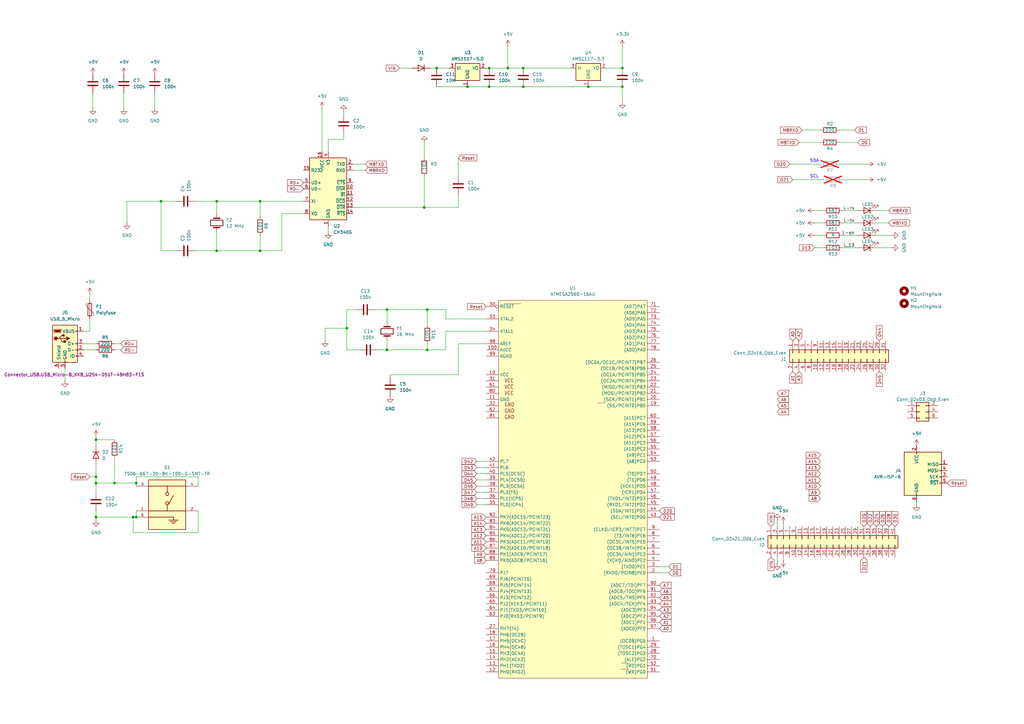
<source format=kicad_sch>
(kicad_sch (version 20250114) (generator "eeschema") (generator_version "9.0")
  (paper "A3")
  (text "SDA" (at 334.01 66.04 0) (effects (font (size 1.27 1.27))))
  (text "SCL" (at 334.01 72.39 0) (effects (font (size 1.27 1.27))))
  (junction (at 200.66 27.94))
  (junction (at 66.04 82.55))
  (junction (at 46.99 198.12))
  (junction (at 39.37 195.58))
  (junction (at 179.07 27.94))
  (junction (at 142.24 134.62))
  (junction (at 200.66 35.56))
  (junction (at 173.99 85.09))
  (junction (at 255.27 35.56))
  (junction (at 158.75 143.51))
  (junction (at 39.37 198.12))
  (junction (at 88.9 102.87))
  (junction (at 106.68 102.87))
  (junction (at 191.77 35.56))
  (junction (at 241.3 35.56))
  (junction (at 214.63 35.56))
  (junction (at 255.27 27.94))
  (junction (at 158.75 127))
  (junction (at 88.9 82.55))
  (junction (at 106.68 82.55))
  (junction (at 208.28 27.94))
  (junction (at 214.63 27.94))
  (junction (at 55.88 198.12))
  (junction (at 39.37 212.09))
  (junction (at 39.37 180.34))
  (junction (at 55.88 212.09))
  (junction (at 175.26 127))
  (junction (at 54.61 212.09))
  (junction (at 175.26 143.51))
  (wire (pts (xy 364.49 86.36) (xy 359.41 86.36)))
  (wire (pts (xy 321.31 229.87) (xy 321.31 228.6)))
  (wire (pts (xy 39.37 190.5) (xy 39.37 195.58)))
  (wire (pts (xy 364.49 91.44) (xy 359.41 91.44)))
  (wire (pts (xy 195.58 191.77) (xy 199.39 191.77)))
  (wire (pts (xy 182.88 130.81) (xy 199.39 130.81)))
  (wire (pts (xy 106.68 88.9) (xy 106.68 82.55)))
  (wire (pts (xy 334.01 96.52) (xy 337.82 96.52)))
  (wire (pts (xy 133.35 139.7) (xy 133.35 134.62)))
  (wire (pts (xy 191.77 35.56) (xy 200.66 35.56)))
  (wire (pts (xy 144.78 67.31) (xy 149.86 67.31)))
  (wire (pts (xy 274.32 232.41) (xy 270.51 232.41)))
  (wire (pts (xy 52.07 82.55) (xy 52.07 91.44)))
  (wire (pts (xy 39.37 198.12) (xy 39.37 195.58)))
  (wire (pts (xy 39.37 201.93) (xy 39.37 198.12)))
  (wire (pts (xy 274.32 234.95) (xy 270.51 234.95)))
  (wire (pts (xy 39.37 198.12) (xy 46.99 198.12)))
  (wire (pts (xy 255.27 19.05) (xy 255.27 27.94)))
  (wire (pts (xy 38.1 38.1) (xy 38.1 44.45)))
  (wire (pts (xy 140.97 54.61) (xy 140.97 57.15)))
  (wire (pts (xy 142.24 134.62) (xy 142.24 127)))
  (wire (pts (xy 106.68 96.52) (xy 106.68 102.87)))
  (wire (pts (xy 124.46 87.63) (xy 115.57 87.63)))
  (wire (pts (xy 46.99 187.96) (xy 46.99 198.12)))
  (wire (pts (xy 55.88 212.09) (xy 54.61 212.09)))
  (wire (pts (xy 144.78 85.09) (xy 173.99 85.09)))
  (wire (pts (xy 351.79 58.42) (xy 344.17 58.42)))
  (wire (pts (xy 187.96 80.01) (xy 187.96 85.09)))
  (wire (pts (xy 175.26 143.51) (xy 158.75 143.51)))
  (wire (pts (xy 179.07 35.56) (xy 191.77 35.56)))
  (wire (pts (xy 36.83 135.89) (xy 34.29 135.89)))
  (wire (pts (xy 115.57 87.63) (xy 115.57 102.87)))
  (wire (pts (xy 344.17 53.34) (xy 350.52 53.34)))
  (wire (pts (xy 187.96 64.77) (xy 187.96 72.39)))
  (wire (pts (xy 66.04 82.55) (xy 52.07 82.55)))
  (wire (pts (xy 200.66 35.56) (xy 214.63 35.56)))
  (wire (pts (xy 255.27 27.94) (xy 248.92 27.94)))
  (wire (pts (xy 175.26 127) (xy 182.88 127)))
  (wire (pts (xy 134.62 57.15) (xy 134.62 62.23)))
  (wire (pts (xy 351.79 96.52) (xy 345.44 96.52)))
  (wire (pts (xy 182.88 135.89) (xy 182.88 143.51)))
  (wire (pts (xy 208.28 19.05) (xy 208.28 27.94)))
  (wire (pts (xy 176.53 27.94) (xy 179.07 27.94)))
  (wire (pts (xy 355.6 67.31) (xy 344.17 67.31)))
  (wire (pts (xy 323.85 67.31) (xy 336.55 67.31)))
  (wire (pts (xy 132.08 44.45) (xy 132.08 62.23)))
  (wire (pts (xy 36.83 130.81) (xy 36.83 135.89)))
  (wire (pts (xy 255.27 35.56) (xy 255.27 41.91)))
  (wire (pts (xy 195.58 207.01) (xy 199.39 207.01)))
  (wire (pts (xy 187.96 140.97) (xy 187.96 153.67)))
  (wire (pts (xy 39.37 179.07) (xy 39.37 180.34)))
  (wire (pts (xy 106.68 102.87) (xy 88.9 102.87)))
  (wire (pts (xy 175.26 133.35) (xy 175.26 127)))
  (wire (pts (xy 208.28 27.94) (xy 200.66 27.94)))
  (wire (pts (xy 195.58 204.47) (xy 199.39 204.47)))
  (wire (pts (xy 173.99 72.39) (xy 173.99 85.09)))
  (wire (pts (xy 54.61 218.44) (xy 54.61 212.09)))
  (wire (pts (xy 88.9 102.87) (xy 80.01 102.87)))
  (wire (pts (xy 337.82 73.66) (xy 325.12 73.66)))
  (wire (pts (xy 46.99 198.12) (xy 55.88 198.12)))
  (wire (pts (xy 153.67 127) (xy 158.75 127)))
  (wire (pts (xy 140.97 45.72) (xy 140.97 46.99)))
  (wire (pts (xy 160.02 153.67) (xy 160.02 154.94)))
  (wire (pts (xy 173.99 64.77) (xy 173.99 58.42)))
  (wire (pts (xy 318.77 213.36) (xy 318.77 215.9)))
  (wire (pts (xy 175.26 140.97) (xy 175.26 143.51)))
  (wire (pts (xy 39.37 213.36) (xy 39.37 212.09)))
  (wire (pts (xy 147.32 143.51) (xy 142.24 143.51)))
  (wire (pts (xy 233.68 27.94) (xy 214.63 27.94)))
  (wire (pts (xy 187.96 153.67) (xy 160.02 153.67)))
  (wire (pts (xy 351.79 101.6) (xy 345.44 101.6)))
  (wire (pts (xy 359.41 101.6) (xy 365.76 101.6)))
  (wire (pts (xy 327.66 58.42) (xy 336.55 58.42)))
  (wire (pts (xy 195.58 189.23) (xy 199.39 189.23)))
  (wire (pts (xy 50.8 38.1) (xy 50.8 44.45)))
  (wire (pts (xy 142.24 127) (xy 146.05 127)))
  (wire (pts (xy 81.28 199.39) (xy 81.28 195.58)))
  (wire (pts (xy 39.37 212.09) (xy 39.37 209.55)))
  (wire (pts (xy 158.75 127) (xy 175.26 127)))
  (wire (pts (xy 318.77 231.14) (xy 318.77 228.6)))
  (wire (pts (xy 81.28 209.55) (xy 81.28 218.44)))
  (wire (pts (xy 55.88 209.55) (xy 55.88 212.09)))
  (wire (pts (xy 199.39 140.97) (xy 187.96 140.97)))
  (wire (pts (xy 199.39 135.89) (xy 182.88 135.89)))
  (wire (pts (xy 144.78 69.85) (xy 149.86 69.85)))
  (wire (pts (xy 351.79 86.36) (xy 345.44 86.36)))
  (wire (pts (xy 375.92 207.01) (xy 375.92 205.74)))
  (wire (pts (xy 72.39 82.55) (xy 66.04 82.55)))
  (wire (pts (xy 63.5 38.1) (xy 63.5 44.45)))
  (wire (pts (xy 328.93 53.34) (xy 336.55 53.34)))
  (wire (pts (xy 158.75 132.08) (xy 158.75 127)))
  (wire (pts (xy 200.66 27.94) (xy 199.39 27.94)))
  (wire (pts (xy 49.53 143.51) (xy 46.99 143.51)))
  (wire (pts (xy 81.28 218.44) (xy 54.61 218.44)))
  (wire (pts (xy 182.88 143.51) (xy 175.26 143.51)))
  (wire (pts (xy 55.88 198.12) (xy 55.88 199.39)))
  (wire (pts (xy 158.75 143.51) (xy 158.75 139.7)))
  (wire (pts (xy 39.37 140.97) (xy 34.29 140.97)))
  (wire (pts (xy 334.01 91.44) (xy 337.82 91.44)))
  (wire (pts (xy 26.67 151.13) (xy 26.67 156.21)))
  (wire (pts (xy 106.68 82.55) (xy 124.46 82.55)))
  (wire (pts (xy 334.01 101.6) (xy 337.82 101.6)))
  (wire (pts (xy 88.9 95.25) (xy 88.9 102.87)))
  (wire (pts (xy 39.37 143.51) (xy 34.29 143.51)))
  (wire (pts (xy 115.57 102.87) (xy 106.68 102.87)))
  (wire (pts (xy 140.97 57.15) (xy 134.62 57.15)))
  (wire (pts (xy 182.88 127) (xy 182.88 130.81)))
  (wire (pts (xy 36.83 195.58) (xy 39.37 195.58)))
  (wire (pts (xy 179.07 27.94) (xy 184.15 27.94)))
  (wire (pts (xy 88.9 82.55) (xy 106.68 82.55)))
  (wire (pts (xy 359.41 96.52) (xy 365.76 96.52)))
  (wire (pts (xy 80.01 82.55) (xy 88.9 82.55)))
  (wire (pts (xy 345.44 91.44) (xy 351.79 91.44)))
  (wire (pts (xy 163.83 27.94) (xy 168.91 27.94)))
  (wire (pts (xy 54.61 212.09) (xy 39.37 212.09)))
  (wire (pts (xy 133.35 134.62) (xy 142.24 134.62)))
  (wire (pts (xy 39.37 180.34) (xy 46.99 180.34)))
  (wire (pts (xy 241.3 35.56) (xy 255.27 35.56)))
  (wire (pts (xy 72.39 102.87) (xy 66.04 102.87)))
  (wire (pts (xy 214.63 27.94) (xy 208.28 27.94)))
  (wire (pts (xy 187.96 85.09) (xy 173.99 85.09)))
  (wire (pts (xy 214.63 35.56) (xy 241.3 35.56)))
  (wire (pts (xy 142.24 143.51) (xy 142.24 134.62)))
  (wire (pts (xy 321.31 214.63) (xy 321.31 215.9)))
  (wire (pts (xy 154.94 143.51) (xy 158.75 143.51)))
  (wire (pts (xy 88.9 82.55) (xy 88.9 87.63)))
  (wire (pts (xy 66.04 102.87) (xy 66.04 82.55)))
  (wire (pts (xy 81.28 195.58) (xy 55.88 195.58)))
  (wire (pts (xy 195.58 199.39) (xy 199.39 199.39)))
  (wire (pts (xy 334.01 86.36) (xy 337.82 86.36)))
  (wire (pts (xy 36.83 120.65) (xy 36.83 123.19)))
  (wire (pts (xy 195.58 196.85) (xy 199.39 196.85)))
  (wire (pts (xy 195.58 201.93) (xy 199.39 201.93)))
  (wire (pts (xy 39.37 180.34) (xy 39.37 182.88)))
  (wire (pts (xy 49.53 140.97) (xy 46.99 140.97)))
  (wire (pts (xy 195.58 194.31) (xy 199.39 194.31)))
  (wire (pts (xy 355.6 73.66) (xy 345.44 73.66)))
  (wire (pts (xy 55.88 195.58) (xy 55.88 198.12)))
  (wire (pts (xy 134.62 95.25) (xy 134.62 92.71)))
  (label "L-rx" (at 350.52 86.36 180))
  (label "L_13" (at 350.52 101.6 180))
  (label "L-tx" (at 350.52 91.44 180))
  (label "L-on" (at 350.52 96.52 180))
  (global_label "A11" (shape input) (at 199.39 222.25 180) (property "Intersheetrefs" "${INTERSHEET_REFS}" (effects (hide yes))))
  (global_label "D45" (shape input) (at 195.58 196.85 180) (property "Intersheetrefs" "${INTERSHEET_REFS}" (effects (hide yes))))
  (global_label "D21" (shape input) (at 325.12 73.66 180) (property "Intersheetrefs" "${INTERSHEET_REFS}" (effects (hide yes))))
  (global_label "A8" (shape input) (at 199.39 229.87 180) (property "Intersheetrefs" "${INTERSHEET_REFS}" (effects (hide yes))))
  (global_label "A9" (shape input) (at 199.39 227.33 180) (property "Intersheetrefs" "${INTERSHEET_REFS}" (effects (hide yes))))
  (global_label "M8RXD" (shape input) (at 328.93 53.34 180) (property "Intersheetrefs" "${INTERSHEET_REFS}" (effects (hide yes))))
  (global_label "RD+" (shape input) (at 124.46 74.93 180) (property "Intersheetrefs" "${INTERSHEET_REFS}" (effects (hide yes))))
  (global_label "M8RXD" (shape input) (at 364.49 86.36 0) (property "Intersheetrefs" "${INTERSHEET_REFS}" (effects (hide yes))))
  (global_label "A3" (shape input) (at 327.66 152.4 270) (property "Intersheetrefs" "${INTERSHEET_REFS}" (effects (hide yes))))
  (global_label "A2" (shape input) (at 270.51 252.73 0) (property "Intersheetrefs" "${INTERSHEET_REFS}" (effects (hide yes))))
  (global_label "D44" (shape input) (at 195.58 194.31 180) (property "Intersheetrefs" "${INTERSHEET_REFS}" (effects (hide yes))))
  (global_label "A13" (shape input) (at 199.39 217.17 180) (property "Intersheetrefs" "${INTERSHEET_REFS}" (effects (hide yes))))
  (global_label "A4" (shape input) (at 318.77 168.91 0) (property "Intersheetrefs" "${INTERSHEET_REFS}" (effects (hide yes))))
  (global_label "M8TXD" (shape input) (at 327.66 58.42 180) (property "Intersheetrefs" "${INTERSHEET_REFS}" (effects (hide yes))))
  (global_label "A15" (shape input) (at 199.39 212.09 180) (property "Intersheetrefs" "${INTERSHEET_REFS}" (effects (hide yes))))
  (global_label "A7" (shape input) (at 270.51 240.03 0) (property "Intersheetrefs" "${INTERSHEET_REFS}" (effects (hide yes))))
  (global_label "RD-" (shape input) (at 124.46 77.47 180) (property "Intersheetrefs" "${INTERSHEET_REFS}" (effects (hide yes))))
  (global_label "A13" (shape input) (at 336.55 191.77 180) (property "Intersheetrefs" "${INTERSHEET_REFS}" (effects (hide yes))))
  (global_label "D42" (shape input) (at 195.58 189.23 180) (property "Intersheetrefs" "${INTERSHEET_REFS}" (effects (hide yes))))
  (global_label "D21" (shape input) (at 270.51 212.09 0) (property "Intersheetrefs" "${INTERSHEET_REFS}" (effects (hide yes))))
  (global_label "A4" (shape input) (at 270.51 247.65 0) (property "Intersheetrefs" "${INTERSHEET_REFS}" (effects (hide yes))))
  (global_label "D20" (shape input) (at 354.33 215.9 90) (property "Intersheetrefs" "${INTERSHEET_REFS}" (effects (hide yes))))
  (global_label "Reset" (shape input) (at 36.83 195.58 180) (property "Intersheetrefs" "${INTERSHEET_REFS}" (effects (hide yes))))
  (global_label "D20" (shape input) (at 270.51 209.55 0) (property "Intersheetrefs" "${INTERSHEET_REFS}" (effects (hide yes))))
  (global_label "A14" (shape input) (at 199.39 214.63 180) (property "Intersheetrefs" "${INTERSHEET_REFS}" (effects (hide yes))))
  (global_label "A7" (shape input) (at 318.77 161.29 0) (property "Intersheetrefs" "${INTERSHEET_REFS}" (effects (hide yes))))
  (global_label "D20" (shape input) (at 323.85 67.31 180) (property "Intersheetrefs" "${INTERSHEET_REFS}" (effects (hide yes))))
  (global_label "RD+" (shape input) (at 49.53 140.97 0) (property "Intersheetrefs" "${INTERSHEET_REFS}" (effects (hide yes))))
  (global_label "RD-" (shape input) (at 49.53 143.51 0) (property "Intersheetrefs" "${INTERSHEET_REFS}" (effects (hide yes))))
  (global_label "A6" (shape input) (at 318.77 163.83 0) (property "Intersheetrefs" "${INTERSHEET_REFS}" (effects (hide yes))))
  (global_label "A12" (shape input) (at 199.39 219.71 180) (property "Intersheetrefs" "${INTERSHEET_REFS}" (effects (hide yes))))
  (global_label "M8TXD" (shape input) (at 364.49 91.44 0) (property "Intersheetrefs" "${INTERSHEET_REFS}" (effects (hide yes))))
  (global_label "VIN" (shape input) (at 316.23 215.9 90) (property "Intersheetrefs" "${INTERSHEET_REFS}" (effects (hide yes))))
  (global_label "D24" (shape input) (at 359.41 215.9 90) (property "Intersheetrefs" "${INTERSHEET_REFS}" (effects (hide yes))))
  (global_label "A5" (shape input) (at 318.77 166.37 0) (property "Intersheetrefs" "${INTERSHEET_REFS}" (effects (hide yes))))
  (global_label "D44" (shape input) (at 360.68 139.7 90) (property "Intersheetrefs" "${INTERSHEET_REFS}" (effects (hide yes))))
  (global_label "A11" (shape input) (at 336.55 196.85 180) (property "Intersheetrefs" "${INTERSHEET_REFS}" (effects (hide yes))))
  (global_label "D47" (shape input) (at 195.58 201.93 180) (property "Intersheetrefs" "${INTERSHEET_REFS}" (effects (hide yes))))
  (global_label "D49" (shape input) (at 195.58 207.01 180) (property "Intersheetrefs" "${INTERSHEET_REFS}" (effects (hide yes))))
  (global_label "A8" (shape input) (at 336.55 204.47 180) (property "Intersheetrefs" "${INTERSHEET_REFS}" (effects (hide yes))))
  (global_label "A14" (shape input) (at 336.55 189.23 180) (property "Intersheetrefs" "${INTERSHEET_REFS}" (effects (hide yes))))
  (global_label "A5" (shape input) (at 270.51 245.11 0) (property "Intersheetrefs" "${INTERSHEET_REFS}" (effects (hide yes))))
  (global_label "D43" (shape input) (at 195.58 191.77 180) (property "Intersheetrefs" "${INTERSHEET_REFS}" (effects (hide yes))))
  (global_label "A1" (shape input) (at 270.51 255.27 0) (property "Intersheetrefs" "${INTERSHEET_REFS}" (effects (hide yes))))
  (global_label "A0" (shape input) (at 325.12 139.7 90) (property "Intersheetrefs" "${INTERSHEET_REFS}" (effects (hide yes))))
  (global_label "D1" (shape input) (at 274.32 232.41 0) (property "Intersheetrefs" "${INTERSHEET_REFS}" (effects (hide yes))))
  (global_label "A2" (shape input) (at 327.66 139.7 90) (property "Intersheetrefs" "${INTERSHEET_REFS}" (effects (hide yes))))
  (global_label "D28" (shape input) (at 364.49 215.9 90) (property "Intersheetrefs" "${INTERSHEET_REFS}" (effects (hide yes))))
  (global_label "D21" (shape input) (at 354.33 228.6 270) (property "Intersheetrefs" "${INTERSHEET_REFS}" (effects (hide yes))))
  (global_label "A6" (shape input) (at 270.51 242.57 0) (property "Intersheetrefs" "${INTERSHEET_REFS}" (effects (hide yes))))
  (global_label "VIN" (shape input) (at 316.23 228.6 270) (property "Intersheetrefs" "${INTERSHEET_REFS}" (effects (hide yes))))
  (global_label "D48" (shape input) (at 195.58 204.47 180) (property "Intersheetrefs" "${INTERSHEET_REFS}" (effects (hide yes))))
  (global_label "D1" (shape input) (at 350.52 53.34 0) (property "Intersheetrefs" "${INTERSHEET_REFS}" (effects (hide yes))))
  (global_label "Reset" (shape input) (at 187.96 64.77 0) (property "Intersheetrefs" "${INTERSHEET_REFS}" (effects (hide yes))))
  (global_label "A10" (shape input) (at 199.39 224.79 180) (property "Intersheetrefs" "${INTERSHEET_REFS}" (effects (hide yes))))
  (global_label "M8RXD" (shape input) (at 149.86 69.85 0) (property "Intersheetrefs" "${INTERSHEET_REFS}" (effects (hide yes))))
  (global_label "A3" (shape input) (at 270.51 250.19 0) (property "Intersheetrefs" "${INTERSHEET_REFS}" (effects (hide yes))))
  (global_label "D30" (shape input) (at 367.03 215.9 90) (property "Intersheetrefs" "${INTERSHEET_REFS}" (effects (hide yes))))
  (global_label "D13" (shape input) (at 334.01 101.6 180) (property "Intersheetrefs" "${INTERSHEET_REFS}" (effects (hide yes))))
  (global_label "Reset" (shape input) (at 199.39 125.73 180) (property "Intersheetrefs" "${INTERSHEET_REFS}" (effects (hide yes))))
  (global_label "A15" (shape input) (at 336.55 186.69 180) (property "Intersheetrefs" "${INTERSHEET_REFS}" (effects (hide yes))))
  (global_label "D46" (shape input) (at 195.58 199.39 180) (property "Intersheetrefs" "${INTERSHEET_REFS}" (effects (hide yes))))
  (global_label "D45" (shape input) (at 360.68 152.4 270) (property "Intersheetrefs" "${INTERSHEET_REFS}" (effects (hide yes))))
  (global_label "M8TXD" (shape input) (at 149.86 67.31 0) (property "Intersheetrefs" "${INTERSHEET_REFS}" (effects (hide yes))))
  (global_label "A12" (shape input) (at 336.55 194.31 180) (property "Intersheetrefs" "${INTERSHEET_REFS}" (effects (hide yes))))
  (global_label "A1" (shape input) (at 325.12 152.4 270) (property "Intersheetrefs" "${INTERSHEET_REFS}" (effects (hide yes))))
  (global_label "A9" (shape input) (at 336.55 201.93 180) (property "Intersheetrefs" "${INTERSHEET_REFS}" (effects (hide yes))))
  (global_label "Reset" (shape input) (at 388.62 198.12 0) (property "Intersheetrefs" "${INTERSHEET_REFS}" (effects (hide yes))))
  (global_label "D0" (shape input) (at 351.79 58.42 0) (property "Intersheetrefs" "${INTERSHEET_REFS}" (effects (hide yes))))
  (global_label "VIN" (shape input) (at 163.83 27.94 180) (property "Intersheetrefs" "${INTERSHEET_REFS}" (effects (hide yes))))
  (global_label "D0" (shape input) (at 274.32 234.95 0) (property "Intersheetrefs" "${INTERSHEET_REFS}" (effects (hide yes))))
  (global_label "A10" (shape input) (at 336.55 199.39 180) (property "Intersheetrefs" "${INTERSHEET_REFS}" (effects (hide yes))))
  (global_label "A0" (shape input) (at 270.51 257.81 0) (property "Intersheetrefs" "${INTERSHEET_REFS}" (effects (hide yes))))
  (global_label "D22" (shape input) (at 356.87 215.9 90) (property "Intersheetrefs" "${INTERSHEET_REFS}" (effects (hide yes))))
  (global_label "D26" (shape input) (at 361.95 215.9 90) (property "Intersheetrefs" "${INTERSHEET_REFS}" (effects (hide yes))))
  (symbol (lib_id "Device:C") (at 187.96 76.2 0) (unit 1)
    (property "Reference" "C1" (at 191.77 74.9299 0) (effects (justify left)))
    (property "Value" "100n" (at 191.77 77.4699 0) (effects (justify left)))
    (property "Footprint" "Capacitor_SMD:C_0603_1608Metric" (effects (hide yes)))
    (property "Description" "Unpolarized capacitor" (effects (hide yes)))
  )
  (symbol (lib_id "power:GND") (at 38.1 44.45 0) (unit 1)
    (property "Reference" "#PWR030" (effects (hide yes)))
    (property "Value" "GND" (at 38.1 49.53 0))
    (property "Description" "Power symbol creates a global label with name \"GND\" , ground" (effects (hide yes)))
  )
  (symbol (lib_id "power:+5V") (at 355.6 67.31 270) (unit 1)
    (property "Reference" "#PWR016" (effects (hide yes)))
    (property "Value" "+5V" (at 359.41 67.3099 90) (effects (justify left)))
    (property "Description" "Power symbol creates a global label with name \"+5V\"" (effects (hide yes)))
  )
  (symbol (lib_id "Device:C") (at 50.8 34.29 0) (unit 1)
    (property "Reference" "C7" (at 54.61 33.0199 0) (effects (justify left)))
    (property "Value" "100n" (at 54.61 35.5599 0) (effects (justify left)))
    (property "Footprint" "Capacitor_SMD:C_0603_1608Metric" (effects (hide yes)))
    (property "Description" "Unpolarized capacitor" (effects (hide yes)))
  )
  (symbol (lib_id "Device:R") (at 341.63 101.6 270) (unit 1)
    (property "Reference" "R13" (at 341.63 104.14 90))
    (property "Value" "103" (at 341.63 101.6 90))
    (property "Footprint" "Resistor_SMD:R_0603_1608Metric" (effects (hide yes)))
    (property "Description" "Resistor" (effects (hide yes)))
  )
  (symbol (lib_id "power:GND") (at 133.35 139.7 0) (unit 1)
    (property "Reference" "#PWR024" (effects (hide yes)))
    (property "Value" "GND" (at 133.35 144.78 0))
    (property "Description" "Power symbol creates a global label with name \"GND\" , ground" (effects (hide yes)))
  )
  (symbol (lib_id "power:GND") (at 63.5 44.45 0) (unit 1)
    (property "Reference" "#PWR032" (effects (hide yes)))
    (property "Value" "GND" (at 63.5 49.53 0))
    (property "Description" "Power symbol creates a global label with name \"GND\" , ground" (effects (hide yes)))
  )
  (symbol (lib_id "power:GND") (at 375.92 207.01 0) (mirror y) (unit 1)
    (property "Reference" "#PWR025" (effects (hide yes)))
    (property "Value" "GND" (at 375.92 212.09 0))
    (property "Description" "Power symbol creates a global label with name \"GND\" , ground" (effects (hide yes)))
  )
  (symbol (lib_id "Device:C") (at 76.2 82.55 90) (unit 1)
    (property "Reference" "C4" (at 74.9299 78.74 0) (effects (justify left)))
    (property "Value" "100n" (at 77.4699 78.74 0) (effects (justify left)))
    (property "Footprint" "Capacitor_SMD:C_0603_1608Metric" (effects (hide yes)))
    (property "Description" "Unpolarized capacitor" (effects (hide yes)))
  )
  (symbol (lib_id "power:GND") (at 140.97 45.72 180) (unit 1)
    (property "Reference" "#PWR015" (effects (hide yes)))
    (property "Value" "GND" (at 140.97 40.64 0))
    (property "Description" "Power symbol creates a global label with name \"GND\" , ground" (effects (hide yes)))
  )
  (symbol (lib_id "Connector_Generic:Conn_02x21_Odd_Even") (at 341.63 220.98 90) (mirror x) (unit 1)
    (property "Reference" "J2" (at 313.69 223.5201 90) (effects (justify left)))
    (property "Value" "Conn_02x21_Odd_Even" (at 313.69 220.9801 90) (effects (justify left)))
    (property "Footprint" "Connector_PinHeader_2.54mm:PinHeader_2x21_P2.54mm_Vertical" (effects (hide yes)))
    (property "Description" "Generic connector, double row, 02x21, odd/even pin numbering scheme (row 1 odd numbers, row 2 even numbers), script generated (kicad-library-utils/schlib/autogen/connector/)" (effects (hide yes)))
  )
  (symbol (lib_id "power:GND") (at 39.37 213.36 0) (unit 1)
    (property "Reference" "#PWR011" (effects (hide yes)))
    (property "Value" "GND" (at 39.37 218.44 0))
    (property "Description" "Power symbol creates a global label with name \"GND\" , ground" (effects (hide yes)))
  )
  (symbol (lib_id "power:+5V") (at 321.31 229.87 0) (mirror x) (unit 1)
    (property "Reference" "#PWR04" (effects (hide yes)))
    (property "Value" "+5V" (at 321.31 234.95 0))
    (property "Description" "Power symbol creates a global label with name \"+5V\"" (effects (hide yes)))
  )
  (symbol (lib_id "power:+5V") (at 132.08 44.45 0) (unit 1)
    (property "Reference" "#PWR012" (effects (hide yes)))
    (property "Value" "+5V" (at 132.08 39.37 0))
    (property "Description" "Power symbol creates a global label with name \"+5V\"" (effects (hide yes)))
  )
  (symbol (lib_id "Device:R") (at 175.26 137.16 0) (unit 1)
    (property "Reference" "R15" (at 177.8 137.16 90))
    (property "Value" "105" (at 175.26 137.16 90))
    (property "Footprint" "Resistor_SMD:R_0603_1608Metric" (effects (hide yes)))
    (property "Description" "Resistor" (effects (hide yes)))
  )
  (symbol (lib_id "Device:R") (at 46.99 184.15 0) (unit 1)
    (property "Reference" "R14" (at 49.53 184.15 90))
    (property "Value" "103" (at 46.99 184.15 90))
    (property "Footprint" "Resistor_SMD:R_0603_1608Metric" (effects (hide yes)))
    (property "Description" "Resistor" (effects (hide yes)))
  )
  (symbol (lib_id "power:+5V") (at 39.37 179.07 0) (unit 1)
    (property "Reference" "#PWR014" (effects (hide yes)))
    (property "Value" "+5V" (at 39.37 173.99 0))
    (property "Description" "Power symbol creates a global label with name \"+5V\"" (effects (hide yes)))
  )
  (symbol (lib_id "power:+3.3V") (at 255.27 19.05 0) (unit 1)
    (property "Reference" "#PWR03" (effects (hide yes)))
    (property "Value" "+3.3V" (at 255.27 13.97 0))
    (property "Description" "Power symbol creates a global label with name \"+3.3V\"" (effects (hide yes)))
  )
  (symbol (lib_id "power:+5V") (at 375.92 182.88 0) (mirror y) (unit 1)
    (property "Reference" "#PWR026" (effects (hide yes)))
    (property "Value" "+5V" (at 375.92 177.8 0))
    (property "Description" "Power symbol creates a global label with name \"+5V\"" (effects (hide yes)))
  )
  (symbol (lib_id "power:GND") (at 26.67 156.21 0) (unit 1)
    (property "Reference" "#PWR010" (effects (hide yes)))
    (property "Value" "GND" (at 26.67 161.29 0))
    (property "Description" "Power symbol creates a global label with name \"GND\" , ground" (effects (hide yes)))
  )
  (symbol (lib_id "power:+5V") (at 334.01 96.52 90) (unit 1)
    (property "Reference" "#PWR021" (effects (hide yes)))
    (property "Value" "+5V" (at 330.2 96.5199 90) (effects (justify left)))
    (property "Description" "Power symbol creates a global label with name \"+5V\"" (effects (hide yes)))
  )
  (symbol (lib_id "Device:C") (at 76.2 102.87 90) (unit 1)
    (property "Reference" "C3" (at 74.9299 99.06 0) (effects (justify left)))
    (property "Value" "100n" (at 77.4699 99.06 0) (effects (justify left)))
    (property "Footprint" "Capacitor_SMD:C_0603_1608Metric" (effects (hide yes)))
    (property "Description" "Unpolarized capacitor" (effects (hide yes)))
  )
  (symbol (lib_id "Device:Crystal") (at 88.9 91.44 90) (unit 1)
    (property "Reference" "Y2" (at 92.71 90.1699 90) (effects (justify right)))
    (property "Value" "12 MHz" (at 92.71 92.7099 90) (effects (justify right)))
    (property "Footprint" "Crystal:Crystal_SMD_HC49-SD" (effects (hide yes)))
    (property "Description" "Two pin crystal" (effects (hide yes)))
  )
  (symbol (lib_id "Device:R") (at 341.63 91.44 270) (unit 1)
    (property "Reference" "R11" (at 341.63 93.98 90))
    (property "Value" "682" (at 341.63 91.44 90))
    (property "Footprint" "Resistor_SMD:R_0603_1608Metric" (effects (hide yes)))
    (property "Description" "Resistor" (effects (hide yes)))
  )
  (symbol (lib_id "Device:R") (at 43.18 140.97 270) (unit 1)
    (property "Reference" "R5" (at 43.18 138.43 90))
    (property "Value" "220" (at 43.18 140.97 90))
    (property "Footprint" "Resistor_SMD:R_0603_1608Metric" (effects (hide yes)))
    (property "Description" "Resistor" (effects (hide yes)))
  )
  (symbol (lib_id "power:GND") (at 318.77 231.14 0) (mirror y) (unit 1)
    (property "Reference" "#PWR07" (effects (hide yes)))
    (property "Value" "GND" (at 318.77 236.22 0))
    (property "Description" "Power symbol creates a global label with name \"GND\" , ground" (effects (hide yes)))
  )
  (symbol (lib_id "Device:C") (at 149.86 127 90) (unit 1)
    (property "Reference" "C13" (at 149.86 119.38 90))
    (property "Value" "100n" (at 149.86 121.92 90))
    (property "Footprint" "Capacitor_SMD:C_0603_1608Metric" (effects (hide yes)))
    (property "Description" "Unpolarized capacitor" (effects (hide yes)))
  )
  (symbol (lib_id "Device:C") (at 140.97 50.8 0) (unit 1)
    (property "Reference" "C2" (at 144.78 49.5299 0) (effects (justify left)))
    (property "Value" "100n" (at 144.78 52.0699 0) (effects (justify left)))
    (property "Footprint" "Capacitor_SMD:C_0603_1608Metric" (effects (hide yes)))
    (property "Description" "Unpolarized capacitor" (effects (hide yes)))
  )
  (symbol (lib_id "power:GND") (at 173.99 58.42 180) (unit 1)
    (property "Reference" "#PWR08" (effects (hide yes)))
    (property "Value" "GND" (at 173.99 53.34 0))
    (property "Description" "Power symbol creates a global label with name \"GND\" , ground" (effects (hide yes)))
  )
  (symbol (lib_id "Device:R") (at 340.36 53.34 270) (unit 1)
    (property "Reference" "R2" (at 340.36 50.8 90))
    (property "Value" "220" (at 340.36 53.34 90))
    (property "Footprint" "Resistor_SMD:R_0603_1608Metric" (effects (hide yes)))
    (property "Description" "Resistor" (effects (hide yes)))
  )
  (symbol (lib_id "Arduino Mega 2560:TS06-667-30-BK-100-G-SMT-TR") (at 60.96 217.17 0) (unit 1)
    (property "Reference" "S1" (at 68.58 191.77 0))
    (property "Value" "TS06-667-30-BK-100-G-SMT-TR" (at 68.58 194.31 0))
    (property "Footprint" "Arduino Mega 2560:SW_TS06-667-30-BK-100-G-SMT-TR" (effects (hide yes)))
    (property "PARTREV" "1.0" (effects (hide yes)))
    (property "MANUFACTURER" "Cui Devices" (effects (hide yes)))
    (property "MAXIMUM_PACKAGE_HEIGHT" "2.6 mm" (effects (hide yes)))
    (property "STANDARD" "Manufacturer Recommendations" (effects (hide yes)))
  )
  (symbol (lib_id "Connector:AVR-ISP-6") (at 378.46 195.58 0) (unit 1)
    (property "Reference" "J4" (at 369.57 193.0399 0) (effects (justify right)))
    (property "Value" "AVR-ISP-6" (at 369.57 195.5799 0) (effects (justify right)))
    (property "Footprint" "Connector_PinHeader_2.54mm:PinHeader_2x03_P2.54mm_Vertical" (effects (hide yes)))
    (property "Description" "Atmel 6-pin ISP connector" (effects (hide yes)))
  )
  (symbol (lib_id "Device:LED") (at 355.6 101.6 180) (unit 1)
    (property "Reference" "LED4" (at 355.9175 99.06 0))
    (property "Value" "LED" (effects (hide yes)))
    (property "Footprint" "LED_SMD:LED_0201_0603Metric" (effects (hide yes)))
    (property "Description" "Light emitting diode" (effects (hide yes)))
    (property "Sim.Pins" "1=K 2=A" (effects (hide yes)))
  )
  (symbol (lib_id "power:+5V") (at 355.6 73.66 270) (unit 1)
    (property "Reference" "#PWR017" (effects (hide yes)))
    (property "Value" "+5V" (at 359.41 73.6599 90) (effects (justify left)))
    (property "Description" "Power symbol creates a global label with name \"+5V\"" (effects (hide yes)))
  )
  (symbol (lib_id "Connector_Generic:Conn_02x03_Odd_Even") (at 377.19 168.91 0) (unit 1)
    (property "Reference" "J3" (at 378.46 161.29 0))
    (property "Value" "Conn_02x03_Odd_Even" (at 378.46 163.83 0))
    (property "Footprint" "Connector_PinHeader_2.54mm:PinHeader_2x03_P2.54mm_Vertical" (effects (hide yes)))
    (property "Description" "Generic connector, double row, 02x03, odd/even pin numbering scheme (row 1 odd numbers, row 2 even numbers), script generated (kicad-library-utils/schlib/autogen/connector/)" (effects (hide yes)))
  )
  (symbol (lib_id "Device:Crystal") (at 158.75 135.89 90) (unit 1)
    (property "Reference" "Y1" (at 162.56 134.6199 90) (effects (justify right)))
    (property "Value" "16 MHz" (at 162.56 137.1599 90) (effects (justify right)))
    (property "Footprint" "Crystal:Crystal_SMD_HC49-SD" (effects (hide yes)))
    (property "Description" "Two pin crystal" (effects (hide yes)))
  )
  (symbol (lib_id "Device:R") (at 341.63 73.66 270) (unit 1) (dnp yes)
    (property "Reference" "R9" (at 341.63 76.2 90))
    (property "Value" "---" (at 341.63 73.66 90))
    (property "Footprint" "Resistor_SMD:R_0603_1608Metric" (effects (hide yes)))
    (property "Description" "Resistor" (effects (hide yes)))
  )
  (symbol (lib_id "Device:R") (at 341.63 86.36 270) (unit 1)
    (property "Reference" "R10" (at 341.63 88.9 90))
    (property "Value" "682" (at 341.63 86.36 90))
    (property "Footprint" "Resistor_SMD:R_0603_1608Metric" (effects (hide yes)))
    (property "Description" "Resistor" (effects (hide yes)))
  )
  (symbol (lib_id "Arduino Mega 2560:ATMEGA2560-16AU") (at 204.47 278.13 0) (unit 1)
    (property "Reference" "U1" (at 234.95 118.11 0))
    (property "Value" "ATMEGA2560-16AU" (at 234.95 120.65 0))
    (property "Footprint" "Package_QFP:TQFP-100_14x14mm_P0.5mm" (effects (hide yes)))
    (property "Datasheet" "https://ww1.microchip.com/downloads/en/DeviceDoc/ATmega640-1280-1281-2560-2561-Datasheet-DS40002211A.pdf" (effects (hide yes)))
  )
  (symbol (lib_id "Device:C") (at 179.07 31.75 0) (unit 1)
    (property "Reference" "C11" (at 182.88 30.4799 0) (effects (justify left)))
    (property "Value" "10M" (at 182.88 33.0199 0) (effects (justify left)))
    (property "Footprint" "Capacitor_SMD:C_1206_3216Metric" (effects (hide yes)))
    (property "Description" "Unpolarized capacitor" (effects (hide yes)))
  )
  (symbol (lib_id "power:GND") (at 134.62 95.25 0) (unit 1)
    (property "Reference" "#PWR09" (effects (hide yes)))
    (property "Value" "GND" (at 134.62 100.33 0))
    (property "Description" "Power symbol creates a global label with name \"GND\" , ground" (effects (hide yes)))
  )
  (symbol (lib_id "Device:Polyfuse") (at 36.83 127 0) (unit 1)
    (property "Reference" "F1" (at 39.37 125.7299 0) (effects (justify left)))
    (property "Value" "Polyfuse" (at 39.37 128.2699 0) (effects (justify left)))
    (property "Footprint" "Fuse:Fuse_1206_3216Metric_Pad1.42x1.75mm_HandSolder" (effects (hide yes)))
    (property "Description" "Resettable fuse, polymeric positive temperature coefficient" (effects (hide yes)))
  )
  (symbol (lib_id "Device:C") (at 39.37 205.74 0) (unit 1)
    (property "Reference" "C12" (at 43.18 204.4699 0) (effects (justify left)))
    (property "Value" "100n" (at 43.18 207.0099 0) (effects (justify left)))
    (property "Footprint" "Capacitor_SMD:C_0603_1608Metric" (effects (hide yes)))
    (property "Description" "Unpolarized capacitor" (effects (hide yes)))
  )
  (symbol (lib_id "power:+5V") (at 208.28 19.05 0) (unit 1)
    (property "Reference" "#PWR02" (effects (hide yes)))
    (property "Value" "+5V" (at 208.28 13.97 0))
    (property "Description" "Power symbol creates a global label with name \"+5V\"" (effects (hide yes)))
  )
  (symbol (lib_id "Connector:USB_B_Micro") (at 26.67 140.97 0) (unit 1)
    (property "Reference" "J5" (at 26.67 128.27 0))
    (property "Value" "USB_B_Micro" (at 26.67 130.81 0))
    (property "Footprint" "Connector_USB:USB_Micro-B_XKB_U254-051T-4BH83-F1S" (at 30.48 153.67 0))
    (property "Description" "USB Micro Type B connector" (effects (hide yes)))
  )
  (symbol (lib_id "power:GND") (at 50.8 44.45 0) (unit 1)
    (property "Reference" "#PWR031" (effects (hide yes)))
    (property "Value" "GND" (at 50.8 49.53 0))
    (property "Description" "Power symbol creates a global label with name \"GND\" , ground" (effects (hide yes)))
  )
  (symbol (lib_id "Device:D") (at 172.72 27.94 180) (unit 1)
    (property "Reference" "D1" (at 172.72 21.59 0))
    (property "Value" "D" (at 172.72 24.13 0))
    (property "Footprint" "Diode_SMD:D_1210_3225Metric" (effects (hide yes)))
    (property "Description" "Diode" (effects (hide yes)))
    (property "Sim.Device" "D" (effects (hide yes)))
    (property "Sim.Pins" "1=K 2=A" (effects (hide yes)))
  )
  (symbol (lib_id "power:+5V") (at 38.1 30.48 0) (unit 1)
    (property "Reference" "#PWR027" (effects (hide yes)))
    (property "Value" "+5V" (at 38.1 25.4 0))
    (property "Description" "Power symbol creates a global label with name \"+5V\"" (effects (hide yes)))
  )
  (symbol (lib_id "power:+5V") (at 321.31 214.63 0) (mirror y) (unit 1)
    (property "Reference" "#PWR05" (effects (hide yes)))
    (property "Value" "+5V" (at 321.31 209.55 0))
    (property "Description" "Power symbol creates a global label with name \"+5V\"" (effects (hide yes)))
  )
  (symbol (lib_id "power:+5V") (at 334.01 91.44 90) (unit 1)
    (property "Reference" "#PWR020" (effects (hide yes)))
    (property "Value" "+5V" (at 330.2 91.4399 90) (effects (justify left)))
    (property "Description" "Power symbol creates a global label with name \"+5V\"" (effects (hide yes)))
  )
  (symbol (lib_id "power:GND") (at 365.76 96.52 90) (unit 1)
    (property "Reference" "#PWR022" (effects (hide yes)))
    (property "Value" "GND" (at 370.84 96.52 0))
    (property "Description" "Power symbol creates a global label with name \"GND\" , ground" (effects (hide yes)))
  )
  (symbol (lib_id "Device:C") (at 200.66 31.75 0) (unit 1)
    (property "Reference" "C10" (at 204.47 30.4799 0) (effects (justify left)))
    (property "Value" "100n" (at 204.47 33.0199 0) (effects (justify left)))
    (property "Footprint" "Capacitor_SMD:C_0603_1608Metric" (effects (hide yes)))
    (property "Description" "Unpolarized capacitor" (effects (hide yes)))
  )
  (symbol (lib_id "Device:LED") (at 355.6 86.36 180) (unit 1)
    (property "Reference" "LED1" (at 355.9175 83.82 0))
    (property "Value" "LED" (effects (hide yes)))
    (property "Footprint" "LED_SMD:LED_0201_0603Metric" (effects (hide yes)))
    (property "Description" "Light emitting diode" (effects (hide yes)))
    (property "Sim.Pins" "1=K 2=A" (effects (hide yes)))
  )
  (symbol (lib_id "Device:C") (at 38.1 34.29 0) (unit 1)
    (property "Reference" "C6" (at 41.91 33.0199 0) (effects (justify left)))
    (property "Value" "100n" (at 41.91 35.5599 0) (effects (justify left)))
    (property "Footprint" "Capacitor_SMD:C_0603_1608Metric" (effects (hide yes)))
    (property "Description" "Unpolarized capacitor" (effects (hide yes)))
  )
  (symbol (lib_id "Device:C") (at 160.02 158.75 0) (unit 1)
    (property "Reference" "C5" (at 163.83 157.4799 0) (effects (justify left)))
    (property "Value" "100n" (at 163.83 160.0199 0) (effects (justify left)))
    (property "Footprint" "Capacitor_SMD:C_0603_1608Metric" (effects (hide yes)))
    (property "Description" "Unpolarized capacitor" (effects (hide yes)))
  )
  (symbol (lib_id "Device:R") (at 340.36 58.42 270) (unit 1)
    (property "Reference" "R4" (at 340.36 60.96 90))
    (property "Value" "220" (at 340.36 58.42 90))
    (property "Footprint" "Resistor_SMD:R_0603_1608Metric" (effects (hide yes)))
    (property "Description" "Resistor" (effects (hide yes)))
  )
  (symbol (lib_id "Device:R") (at 43.18 143.51 270) (unit 1)
    (property "Reference" "R6" (at 43.18 146.05 90))
    (property "Value" "220" (at 43.18 143.51 90))
    (property "Footprint" "Resistor_SMD:R_0603_1608Metric" (effects (hide yes)))
    (property "Description" "Resistor" (effects (hide yes)))
  )
  (symbol (lib_id "Device:C") (at 255.27 31.75 0) (unit 1)
    (property "Reference" "C9" (at 259.08 30.4799 0) (effects (justify left)))
    (property "Value" "100n" (at 259.08 33.0199 0) (effects (justify left)))
    (property "Footprint" "Capacitor_SMD:C_0603_1608Metric" (effects (hide yes)))
    (property "Description" "Unpolarized capacitor" (effects (hide yes)))
  )
  (symbol (lib_id "power:GND") (at 255.27 41.91 0) (unit 1)
    (property "Reference" "#PWR01" (effects (hide yes)))
    (property "Value" "GND" (at 255.27 46.99 0))
    (property "Description" "Power symbol creates a global label with name \"GND\" , ground" (effects (hide yes)))
  )
  (symbol (lib_id "Interface_USB:CH340G") (at 134.62 77.47 0) (unit 1)
    (property "Reference" "U2" (at 136.7633 92.71 0) (effects (justify left)))
    (property "Value" "CH340G" (at 136.7633 95.25 0) (effects (justify left)))
    (property "Footprint" "Package_SO:SOIC-16_3.9x9.9mm_P1.27mm" (effects (hide yes)))
    (property "Datasheet" "http://www.datasheet5.com/pdf-local-2195953" (effects (hide yes)))
    (property "Description" "USB serial converter, UART, SOIC-16" (effects (hide yes)))
  )
  (symbol (lib_id "Mechanical:MountingHole") (at 370.84 124.46 0) (unit 1) (exclude_from_sim yes) (in_bom no)
    (property "Reference" "H2" (at 373.38 123.1899 0) (effects (justify left)))
    (property "Value" "MountingHole" (at 373.38 125.7299 0) (effects (justify left)))
    (property "Footprint" "MountingHole:MountingHole_3.2mm_M3" (effects (hide yes)))
    (property "Description" "Mounting Hole without connection" (effects (hide yes)))
  )
  (symbol (lib_id "power:GND") (at 365.76 101.6 90) (unit 1)
    (property "Reference" "#PWR023" (effects (hide yes)))
    (property "Value" "GND" (at 370.84 101.6 0))
    (property "Description" "Power symbol creates a global label with name \"GND\" , ground" (effects (hide yes)))
  )
  (symbol (lib_id "Connector_Generic:Conn_02x16_Odd_Even") (at 342.9 144.78 90) (mirror x) (unit 1)
    (property "Reference" "J1" (at 322.58 147.3201 90) (effects (justify left)))
    (property "Value" "Conn_02x16_Odd_Even" (at 322.58 144.7801 90) (effects (justify left)))
    (property "Footprint" "Connector_PinHeader_2.54mm:PinHeader_2x16_P2.54mm_Vertical" (effects (hide yes)))
    (property "Description" "Generic connector, double row, 02x16, odd/even pin numbering scheme (row 1 odd numbers, row 2 even numbers), script generated (kicad-library-utils/schlib/autogen/connector/)" (effects (hide yes)))
  )
  (symbol (lib_id "power:+5V") (at 63.5 30.48 0) (unit 1)
    (property "Reference" "#PWR029" (effects (hide yes)))
    (property "Value" "+5V" (at 63.5 25.4 0))
    (property "Description" "Power symbol creates a global label with name \"+5V\"" (effects (hide yes)))
  )
  (symbol (lib_id "power:GND") (at 160.02 162.56 0) (unit 1)
    (property "Reference" "#PWR033" (effects (hide yes)))
    (property "Value" "GND" (at 160.02 167.64 0))
    (property "Description" "Power symbol creates a global label with name \"GND\" , ground" (effects (hide yes)))
  )
  (symbol (lib_id "Regulator_Linear:AMS1117-5.0") (at 191.77 27.94 0) (unit 1)
    (property "Reference" "U3" (at 191.77 21.59 0))
    (property "Value" "AMS1117-5.0" (at 191.77 24.13 0))
    (property "Footprint" "Package_TO_SOT_SMD:SOT-223-3_TabPin2" (effects (hide yes)))
    (property "Datasheet" "http://www.advanced-monolithic.com/pdf/ds1117.pdf" (effects (hide yes)))
    (property "Description" "1A Low Dropout regulator, positive, 5.0V fixed output, SOT-223" (effects (hide yes)))
  )
  (symbol (lib_id "Device:C") (at 151.13 143.51 90) (unit 1)
    (property "Reference" "C14" (at 151.13 135.89 90))
    (property "Value" "100n" (at 151.13 138.43 90))
    (property "Footprint" "Capacitor_SMD:C_0603_1608Metric" (effects (hide yes)))
    (property "Description" "Unpolarized capacitor" (effects (hide yes)))
  )
  (symbol (lib_id "power:GND") (at 52.07 91.44 0) (unit 1)
    (property "Reference" "#PWR018" (effects (hide yes)))
    (property "Value" "GND" (at 52.07 96.52 0))
    (property "Description" "Power symbol creates a global label with name \"GND\" , ground" (effects (hide yes)))
  )
  (symbol (lib_id "power:+5V") (at 334.01 86.36 90) (unit 1)
    (property "Reference" "#PWR019" (effects (hide yes)))
    (property "Value" "+5V" (at 330.2 86.3599 90) (effects (justify left)))
    (property "Description" "Power symbol creates a global label with name \"+5V\"" (effects (hide yes)))
  )
  (symbol (lib_id "Device:R") (at 173.99 68.58 0) (unit 1)
    (property "Reference" "R3" (at 176.53 67.3099 0) (effects (justify left)))
    (property "Value" "102" (at 173.99 69.8499 90) (effects (justify left)))
    (property "Footprint" "Resistor_SMD:R_0603_1608Metric" (effects (hide yes)))
    (property "Description" "Resistor" (effects (hide yes)))
  )
  (symbol (lib_id "Device:LED") (at 355.6 91.44 180) (unit 1)
    (property "Reference" "LED2" (at 355.9175 88.9 0))
    (property "Value" "LED" (effects (hide yes)))
    (property "Footprint" "LED_SMD:LED_0201_0603Metric" (effects (hide yes)))
    (property "Description" "Light emitting diode" (effects (hide yes)))
    (property "Sim.Pins" "1=K 2=A" (effects (hide yes)))
  )
  (symbol (lib_id "power:GND") (at 318.77 213.36 0) (mirror x) (unit 1)
    (property "Reference" "#PWR06" (effects (hide yes)))
    (property "Value" "GND" (at 318.77 208.28 0))
    (property "Description" "Power symbol creates a global label with name \"GND\" , ground" (effects (hide yes)))
  )
  (symbol (lib_id "Device:LED") (at 355.6 96.52 180) (unit 1)
    (property "Reference" "LED3" (at 355.9175 93.98 0))
    (property "Value" "LED" (effects (hide yes)))
    (property "Footprint" "LED_SMD:LED_0201_0603Metric" (effects (hide yes)))
    (property "Description" "Light emitting diode" (effects (hide yes)))
    (property "Sim.Pins" "1=K 2=A" (effects (hide yes)))
  )
  (symbol (lib_id "Device:C") (at 63.5 34.29 0) (unit 1)
    (property "Reference" "C8" (at 67.31 33.0199 0) (effects (justify left)))
    (property "Value" "100n" (at 67.31 35.5599 0) (effects (justify left)))
    (property "Footprint" "Capacitor_SMD:C_0603_1608Metric" (effects (hide yes)))
    (property "Description" "Unpolarized capacitor" (effects (hide yes)))
  )
  (symbol (lib_id "Regulator_Linear:AMS1117-3.3") (at 241.3 27.94 0) (unit 1)
    (property "Reference" "U4" (at 241.3 21.59 0))
    (property "Value" "AMS1117-3.3" (at 241.3 24.13 0))
    (property "Footprint" "Package_TO_SOT_SMD:SOT-223-3_TabPin2" (effects (hide yes)))
    (property "Datasheet" "http://www.advanced-monolithic.com/pdf/ds1117.pdf" (effects (hide yes)))
    (property "Description" "1A Low Dropout regulator, positive, 3.3V fixed output, SOT-223" (effects (hide yes)))
  )
  (symbol (lib_id "Device:R") (at 106.68 92.71 0) (unit 1)
    (property "Reference" "R8" (at 109.22 92.71 90))
    (property "Value" "105" (at 106.68 92.71 90))
    (property "Footprint" "Resistor_SMD:R_0603_1608Metric" (effects (hide yes)))
    (property "Description" "Resistor" (effects (hide yes)))
  )
  (symbol (lib_id "Device:R") (at 341.63 96.52 270) (unit 1)
    (property "Reference" "R12" (at 341.63 99.06 90))
    (property "Value" "R" (at 341.63 96.52 90))
    (property "Footprint" "Resistor_SMD:R_0603_1608Metric" (effects (hide yes)))
    (property "Description" "Resistor" (effects (hide yes)))
  )
  (symbol (lib_id "Device:D") (at 39.37 186.69 270) (unit 1)
    (property "Reference" "D2" (at 41.91 185.4199 90) (effects (justify left)))
    (property "Value" "D" (at 41.91 187.9599 90) (effects (justify left)))
    (property "Footprint" "Diode_SMD:D_1206_3216Metric" (effects (hide yes)))
    (property "Description" "Diode" (effects (hide yes)))
    (property "Sim.Device" "D" (effects (hide yes)))
    (property "Sim.Pins" "1=K 2=A" (effects (hide yes)))
  )
  (symbol (lib_id "power:+5V") (at 50.8 30.48 0) (unit 1)
    (property "Reference" "#PWR028" (effects (hide yes)))
    (property "Value" "+5V" (at 50.8 25.4 0))
    (property "Description" "Power symbol creates a global label with name \"+5V\"" (effects (hide yes)))
  )
  (symbol (lib_id "power:+5V") (at 36.83 120.65 0) (unit 1)
    (property "Reference" "#PWR013" (effects (hide yes)))
    (property "Value" "+5V" (at 36.83 115.57 0))
    (property "Description" "Power symbol creates a global label with name \"+5V\"" (effects (hide yes)))
  )
  (symbol (lib_id "Mechanical:MountingHole") (at 370.84 119.38 0) (unit 1) (exclude_from_sim yes) (in_bom no)
    (property "Reference" "H1" (at 373.38 118.1099 0) (effects (justify left)))
    (property "Value" "MountingHole" (at 373.38 120.6499 0) (effects (justify left)))
    (property "Footprint" "MountingHole:MountingHole_3.2mm_M3" (effects (hide yes)))
    (property "Description" "Mounting Hole without connection" (effects (hide yes)))
  )
  (symbol (lib_id "Device:C") (at 214.63 31.75 0) (unit 1)
    (property "Reference" "C15" (at 218.44 30.4799 0) (effects (justify left)))
    (property "Value" "100n" (at 218.44 33.0199 0) (effects (justify left)))
    (property "Footprint" "Capacitor_SMD:C_0603_1608Metric" (effects (hide yes)))
    (property "Description" "Unpolarized capacitor" (effects (hide yes)))
  )
  (symbol (lib_id "Device:R") (at 340.36 67.31 270) (unit 1) (dnp yes)
    (property "Reference" "R7" (at 340.36 69.85 90))
    (property "Value" "---" (at 340.36 67.31 90))
    (property "Footprint" "Resistor_SMD:R_0603_1608Metric" (effects (hide yes)))
    (property "Description" "Resistor" (effects (hide yes)))
  )
)
</source>
